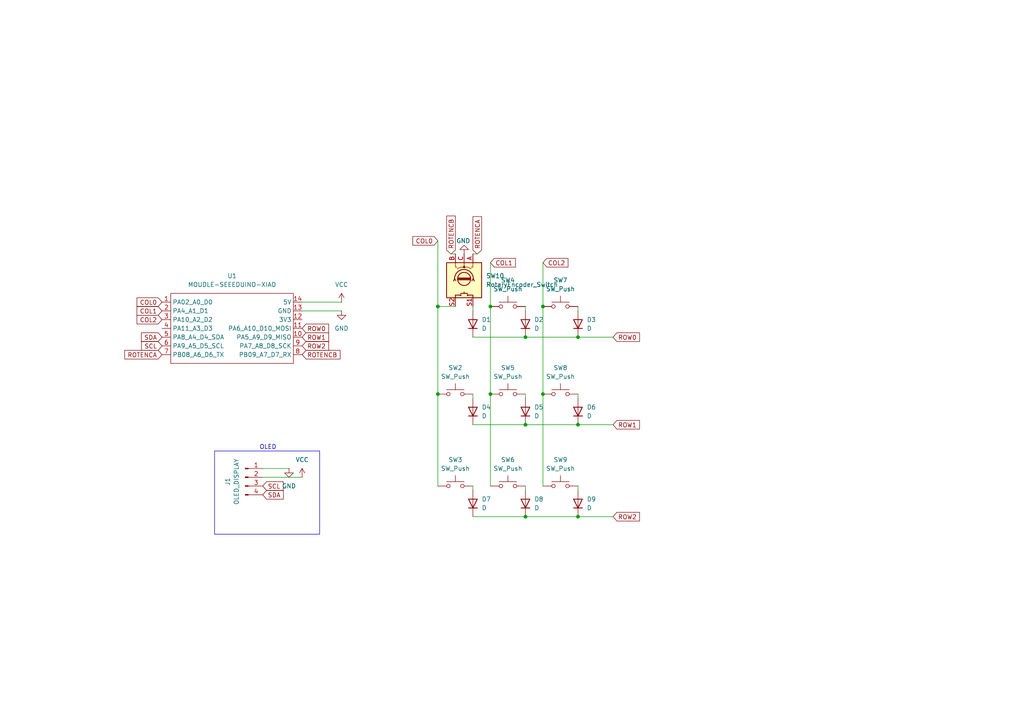
<source format=kicad_sch>
(kicad_sch (version 20231120) (generator "eeschema") (generator_version "8.0")
  (paper "A4")
  (lib_symbols
    (symbol "Connector:Conn_01x04_Pin" (pin_names (offset 1.016) hide)
      (property "Reference" "J" (at 0 5.08 0))
      (property "Value" "Conn_01x04_Pin" (at 0 -7.62 0))
      (symbol "Conn_01x04_Pin_1_1"
        (polyline (pts (xy 1.27 -5.08) (xy 0.8636 -5.08)) (stroke (width 0.1524)))
        (polyline (pts (xy 1.27 -2.54) (xy 0.8636 -2.54)) (stroke (width 0.1524)))
        (polyline (pts (xy 1.27 0) (xy 0.8636 0)) (stroke (width 0.1524)))
        (polyline (pts (xy 1.27 2.54) (xy 0.8636 2.54)) (stroke (width 0.1524)))
        (rectangle (start 0.8636 -4.953) (end 0 -5.207) (stroke (width 0.1524)) (fill (type outline)))
        (rectangle (start 0.8636 -2.413) (end 0 -2.667) (stroke (width 0.1524)) (fill (type outline)))
        (rectangle (start 0.8636 0.127) (end 0 -0.127) (stroke (width 0.1524)) (fill (type outline)))
        (rectangle (start 0.8636 2.667) (end 0 2.413) (stroke (width 0.1524)) (fill (type outline)))
        (pin passive line (at 5.08 2.54 180) (length 3.81) (name "Pin_1") (number "1"))
        (pin passive line (at 5.08 0 180) (length 3.81) (name "Pin_2") (number "2"))
        (pin passive line (at 5.08 -2.54 180) (length 3.81) (name "Pin_3") (number "3"))
        (pin passive line (at 5.08 -5.08 180) (length 3.81) (name "Pin_4") (number "4"))
      )
    )
    (symbol "Device:D" (pin_numbers hide) (pin_names (offset 1.016) hide)
      (property "Reference" "D" (at 0 2.54 0))
      (property "Value" "D" (at 0 -2.54 0))
      (symbol "D_0_1"
        (polyline (pts (xy -1.27 1.27) (xy -1.27 -1.27)) (stroke (width 0.254)))
        (polyline (pts (xy 1.27 0) (xy -1.27 0)))
        (polyline (pts (xy 1.27 1.27) (xy 1.27 -1.27) (xy -1.27 0) (xy 1.27 1.27)) (stroke (width 0.254)))
      )
      (symbol "D_1_1"
        (pin passive line (at -3.81 0 0) (length 2.54) (name "K") (number "1"))
        (pin passive line (at 3.81 0 180) (length 2.54) (name "A") (number "2"))
      )
    )
    (symbol "Device:RotaryEncoder_Switch" (pin_names (offset 0.254) hide)
      (property "Reference" "SW" (at 0 6.604 0))
      (property "Value" "RotaryEncoder_Switch" (at 0 -6.604 0))
      (symbol "RotaryEncoder_Switch_0_1"
        (rectangle (start -5.08 5.08) (end 5.08 -5.08) (stroke (width 0.254)) (fill (type background)))
        (circle (center -3.81 0) (radius 0.254) (fill (type outline)))
        (circle (center -0.381 0) (radius 1.905) (stroke (width 0.254)))
        (arc (start -0.381 2.667) (mid -3.0988 -0.0635) (end -0.381 -2.794) (stroke (width 0.254)))
        (polyline (pts (xy -0.635 -1.778) (xy -0.635 1.778)) (stroke (width 0.254)))
        (polyline (pts (xy -0.381 -1.778) (xy -0.381 1.778)) (stroke (width 0.254)))
        (polyline (pts (xy -0.127 1.778) (xy -0.127 -1.778)) (stroke (width 0.254)))
        (polyline (pts (xy 3.81 0) (xy 3.429 0)) (stroke (width 0.254)))
        (polyline (pts (xy 3.81 1.016) (xy 3.81 -1.016)) (stroke (width 0.254)))
        (polyline (pts (xy -5.08 -2.54) (xy -3.81 -2.54) (xy -3.81 -2.032)))
        (polyline (pts (xy -5.08 2.54) (xy -3.81 2.54) (xy -3.81 2.032)))
        (polyline (pts (xy 0.254 -3.048) (xy -0.508 -2.794) (xy 0.127 -2.413)) (stroke (width 0.254)))
        (polyline (pts (xy 0.254 2.921) (xy -0.508 2.667) (xy 0.127 2.286)) (stroke (width 0.254)))
        (polyline (pts (xy 5.08 -2.54) (xy 4.318 -2.54) (xy 4.318 -1.016)) (stroke (width 0.254)))
        (polyline (pts (xy 5.08 2.54) (xy 4.318 2.54) (xy 4.318 1.016)) (stroke (width 0.254)))
        (polyline (pts (xy -5.08 0) (xy -3.81 0) (xy -3.81 -1.016) (xy -3.302 -2.032)))
        (polyline (pts (xy -4.318 0) (xy -3.81 0) (xy -3.81 1.016) (xy -3.302 2.032)))
        (circle (center 4.318 -1.016) (radius 0.127) (stroke (width 0.254)))
        (circle (center 4.318 1.016) (radius 0.127) (stroke (width 0.254)))
      )
      (symbol "RotaryEncoder_Switch_1_1"
        (pin passive line (at -7.62 2.54 0) (length 2.54) (name "A") (number "A"))
        (pin passive line (at -7.62 -2.54 0) (length 2.54) (name "B") (number "B"))
        (pin passive line (at -7.62 0 0) (length 2.54) (name "C") (number "C"))
        (pin passive line (at 7.62 2.54 180) (length 2.54) (name "S1") (number "S1"))
        (pin passive line (at 7.62 -2.54 180) (length 2.54) (name "S2") (number "S2"))
      )
    )
    (symbol "Switch:SW_Push" (pin_numbers hide) (pin_names (offset 1.016) hide)
      (property "Reference" "SW" (at 1.27 2.54 0))
      (property "Value" "SW_Push" (at 0 -1.524 0))
      (symbol "SW_Push_0_1"
        (circle (center -2.032 0) (radius 0.508))
        (polyline (pts (xy 0 1.27) (xy 0 3.048)))
        (polyline (pts (xy 2.54 1.27) (xy -2.54 1.27)))
        (circle (center 2.032 0) (radius 0.508))
        (pin passive line (at -5.08 0 0) (length 2.54) (name "1") (number "1"))
        (pin passive line (at 5.08 0 180) (length 2.54) (name "2") (number "2"))
      )
    )
    (symbol "XIAO_RP2040:MOUDLE-SEEEDUINO-XIAO"
      (property "Reference" "U" (at -16.51 11.43 0))
      (property "Value" "MOUDLE-SEEEDUINO-XIAO" (at -3.81 -11.43 0))
      (symbol "MOUDLE-SEEEDUINO-XIAO_0_1"
        (rectangle (start -16.51 10.16) (end 19.05 -10.16))
      )
      (symbol "MOUDLE-SEEEDUINO-XIAO_1_1"
        (pin passive line (at -19.05 7.62 0) (length 2.54) (name "PA02_A0_D0") (number "1"))
        (pin passive line (at 21.59 -2.54 180) (length 2.54) (name "PA5_A9_D9_MISO") (number "10"))
        (pin passive line (at 21.59 0 180) (length 2.54) (name "PA6_A10_D10_MOSI") (number "11"))
        (pin passive line (at 21.59 2.54 180) (length 2.54) (name "3V3") (number "12"))
        (pin passive line (at 21.59 5.08 180) (length 2.54) (name "GND") (number "13"))
        (pin passive line (at 21.59 7.62 180) (length 2.54) (name "5V") (number "14"))
        (pin passive line (at -19.05 5.08 0) (length 2.54) (name "PA4_A1_D1") (number "2"))
        (pin passive line (at -19.05 2.54 0) (length 2.54) (name "PA10_A2_D2") (number "3"))
        (pin passive line (at -19.05 0 0) (length 2.54) (name "PA11_A3_D3") (number "4"))
        (pin passive line (at -19.05 -2.54 0) (length 2.54) (name "PA8_A4_D4_SDA") (number "5"))
        (pin passive line (at -19.05 -5.08 0) (length 2.54) (name "PA9_A5_D5_SCL") (number "6"))
        (pin passive line (at -19.05 -7.62 0) (length 2.54) (name "PB08_A6_D6_TX") (number "7"))
        (pin passive line (at 21.59 -7.62 180) (length 2.54) (name "PB09_A7_D7_RX") (number "8"))
        (pin passive line (at 21.59 -5.08 180) (length 2.54) (name "PA7_A8_D8_SCK") (number "9"))
      )
    )
    (symbol "power:GND" (power) (pin_numbers hide) (pin_names (offset 0) hide)
      (property "Value" "GND" (at 0 -3.81 0))
      (symbol "GND_0_1"
        (polyline (pts (xy 0 0) (xy 0 -1.27) (xy 1.27 -1.27) (xy 0 -2.54) (xy -1.27 -1.27) (xy 0 -1.27)))
      )
      (symbol "GND_1_1"
        (pin power_in line (at 0 0 270) (length 0) (name "~") (number "1"))
      )
    )
    (symbol "power:VCC" (power) (pin_numbers hide) (pin_names (offset 0) hide)
      (property "Value" "VCC" (at 0 3.556 0))
      (symbol "VCC_0_1"
        (polyline (pts (xy -0.762 1.27) (xy 0 2.54)))
        (polyline (pts (xy 0 0) (xy 0 2.54)))
        (polyline (pts (xy 0 2.54) (xy 0.762 1.27)))
      )
      (symbol "VCC_1_1"
        (pin power_in line (at 0 0 90) (length 0) (name "~") (number "1"))
      )
    )
  )
  (junction (at 157.48 88.9))
  (junction (at 167.64 149.86))
  (junction (at 127 88.9))
  (junction (at 152.4 123.19))
  (junction (at 167.64 97.79))
  (junction (at 152.4 97.79))
  (junction (at 142.24 88.9))
  (junction (at 157.48 114.3))
  (junction (at 167.64 123.19))
  (junction (at 152.4 149.86))
  (junction (at 142.24 114.3))
  (junction (at 127 114.3))
  (wire (pts (xy 87.63 87.63) (xy 99.06 87.63)))
  (wire (pts (xy 167.64 97.79) (xy 177.8 97.79)))
  (wire (pts (xy 76.2 135.89) (xy 83.82 135.89)))
  (wire (pts (xy 157.48 76.2) (xy 157.48 88.9)))
  (wire (pts (xy 87.63 90.17) (xy 99.06 90.17)))
  (wire (pts (xy 157.48 114.3) (xy 157.48 140.97)))
  (wire (pts (xy 167.64 142.24) (xy 167.64 140.97)))
  (wire (pts (xy 138.43 73.66) (xy 137.16 73.66)))
  (wire (pts (xy 152.4 97.79) (xy 167.64 97.79)))
  (wire (pts (xy 157.48 88.9) (xy 157.48 114.3)))
  (wire (pts (xy 152.4 149.86) (xy 167.64 149.86)))
  (wire (pts (xy 137.16 88.9) (xy 137.16 90.17)))
  (wire (pts (xy 127 88.9) (xy 132.08 88.9)))
  (wire (pts (xy 137.16 97.79) (xy 152.4 97.79)))
  (wire (pts (xy 167.64 149.86) (xy 177.8 149.86)))
  (wire (pts (xy 130.81 73.66) (xy 132.08 73.66)))
  (wire (pts (xy 152.4 123.19) (xy 167.64 123.19)))
  (wire (pts (xy 152.4 142.24) (xy 152.4 140.97)))
  (wire (pts (xy 137.16 115.57) (xy 137.16 114.3)))
  (wire (pts (xy 127 88.9) (xy 127 114.3)))
  (wire (pts (xy 76.2 138.43) (xy 87.63 138.43)))
  (wire (pts (xy 142.24 88.9) (xy 142.24 114.3)))
  (wire (pts (xy 137.16 142.24) (xy 137.16 140.97)))
  (wire (pts (xy 152.4 115.57) (xy 152.4 114.3)))
  (wire (pts (xy 127 69.85) (xy 127 88.9)))
  (wire (pts (xy 142.24 76.2) (xy 142.24 88.9)))
  (wire (pts (xy 142.24 114.3) (xy 142.24 140.97)))
  (wire (pts (xy 167.64 115.57) (xy 167.64 114.3)))
  (wire (pts (xy 167.64 90.17) (xy 167.64 88.9)))
  (wire (pts (xy 127 114.3) (xy 127 140.97)))
  (wire (pts (xy 137.16 123.19) (xy 152.4 123.19)))
  (wire (pts (xy 152.4 90.17) (xy 152.4 88.9)))
  (wire (pts (xy 137.16 149.86) (xy 152.4 149.86)))
  (wire (pts (xy 167.64 123.19) (xy 177.8 123.19)))
  (rectangle (start 62.23 130.81) (end 92.71 154.94))
  (text "OLED" (at 77.724 129.794 0) (effects (font (size 1.27 1.27))))
  (global_label "ROTENCB" (shape input) (at 130.81 73.66 90) (property "Intersheetrefs" "${INTERSHEET_REFS}" (effects (hide yes))))
  (global_label "SDA" (shape input) (at 46.99 97.79 180) (property "Intersheetrefs" "${INTERSHEET_REFS}" (effects (hide yes))))
  (global_label "ROW0" (shape input) (at 177.8 97.79 0) (property "Intersheetrefs" "${INTERSHEET_REFS}" (effects (hide yes))))
  (global_label "SCL" (shape input) (at 46.99 100.33 180) (property "Intersheetrefs" "${INTERSHEET_REFS}" (effects (hide yes))))
  (global_label "COL0" (shape input) (at 127 69.85 180) (property "Intersheetrefs" "${INTERSHEET_REFS}" (effects (hide yes))))
  (global_label "SDA" (shape input) (at 76.2 143.51 0) (property "Intersheetrefs" "${INTERSHEET_REFS}" (effects (hide yes))))
  (global_label "ROW2" (shape input) (at 87.63 100.33 0) (property "Intersheetrefs" "${INTERSHEET_REFS}" (effects (hide yes))))
  (global_label "SCL" (shape input) (at 76.2 140.97 0) (property "Intersheetrefs" "${INTERSHEET_REFS}" (effects (hide yes))))
  (global_label "ROTENCA" (shape input) (at 138.43 73.66 90) (property "Intersheetrefs" "${INTERSHEET_REFS}" (effects (hide yes))))
  (global_label "COL1" (shape input) (at 46.99 90.17 180) (property "Intersheetrefs" "${INTERSHEET_REFS}" (effects (hide yes))))
  (global_label "COL2" (shape input) (at 46.99 92.71 180) (property "Intersheetrefs" "${INTERSHEET_REFS}" (effects (hide yes))))
  (global_label "ROW0" (shape input) (at 87.63 95.25 0) (property "Intersheetrefs" "${INTERSHEET_REFS}" (effects (hide yes))))
  (global_label "COL2" (shape input) (at 157.48 76.2 0) (property "Intersheetrefs" "${INTERSHEET_REFS}" (effects (hide yes))))
  (global_label "ROW1" (shape input) (at 177.8 123.19 0) (property "Intersheetrefs" "${INTERSHEET_REFS}" (effects (hide yes))))
  (global_label "COL1" (shape input) (at 142.24 76.2 0) (property "Intersheetrefs" "${INTERSHEET_REFS}" (effects (hide yes))))
  (global_label "ROTENCA" (shape input) (at 46.99 102.87 180) (property "Intersheetrefs" "${INTERSHEET_REFS}" (effects (hide yes))))
  (global_label "ROW1" (shape input) (at 87.63 97.79 0) (property "Intersheetrefs" "${INTERSHEET_REFS}" (effects (hide yes))))
  (global_label "ROTENCB" (shape input) (at 87.63 102.87 0) (property "Intersheetrefs" "${INTERSHEET_REFS}" (effects (hide yes))))
  (global_label "COL0" (shape input) (at 46.99 87.63 180) (property "Intersheetrefs" "${INTERSHEET_REFS}" (effects (hide yes))))
  (global_label "ROW2" (shape input) (at 177.8 149.86 0) (property "Intersheetrefs" "${INTERSHEET_REFS}" (effects (hide yes))))
  (symbol (lib_id "Device:D") (at 137.16 119.38 90) (unit 1)
    (property "Reference" "D4" (at 139.7 118.1099 90) (effects (justify right)))
    (property "Value" "D" (at 139.7 120.6499 90) (effects (justify right)))
    (property "Footprint" "Diode_THT:D_DO-35_SOD27_P7.62mm_Horizontal" (effects (hide yes)))
    (property "Description" "Diode" (effects (hide yes)))
    (property "Sim.Device" "D" (effects (hide yes)))
    (property "Sim.Pins" "1=K 2=A" (effects (hide yes)))
  )
  (symbol (lib_id "Device:RotaryEncoder_Switch") (at 134.62 81.28 270) (unit 1)
    (property "Reference" "SW10" (at 140.97 80.0099 90) (effects (justify left)))
    (property "Value" "RotaryEncoder_Switch" (at 140.97 82.5499 90) (effects (justify left)))
    (property "Footprint" "Rotary_Encoder:RotaryEncoder_Alps_EC11E-Switch_Vertical_H20mm" (effects (hide yes)))
    (property "Description" "Rotary encoder, dual channel, incremental quadrate outputs, with switch" (effects (hide yes)))
  )
  (symbol (lib_id "Device:D") (at 152.4 119.38 90) (unit 1)
    (property "Reference" "D5" (at 154.94 118.1099 90) (effects (justify right)))
    (property "Value" "D" (at 154.94 120.6499 90) (effects (justify right)))
    (property "Footprint" "Diode_THT:D_DO-35_SOD27_P7.62mm_Horizontal" (effects (hide yes)))
    (property "Description" "Diode" (effects (hide yes)))
    (property "Sim.Device" "D" (effects (hide yes)))
    (property "Sim.Pins" "1=K 2=A" (effects (hide yes)))
  )
  (symbol (lib_id "Device:D") (at 152.4 93.98 90) (unit 1)
    (property "Reference" "D2" (at 154.94 92.7099 90) (effects (justify right)))
    (property "Value" "D" (at 154.94 95.2499 90) (effects (justify right)))
    (property "Footprint" "Diode_THT:D_DO-35_SOD27_P7.62mm_Horizontal" (effects (hide yes)))
    (property "Description" "Diode" (effects (hide yes)))
    (property "Sim.Device" "D" (effects (hide yes)))
    (property "Sim.Pins" "1=K 2=A" (effects (hide yes)))
  )
  (symbol (lib_id "Switch:SW_Push") (at 147.32 114.3 0) (unit 1)
    (property "Reference" "SW5" (at 147.32 106.68 0))
    (property "Value" "SW_Push" (at 147.32 109.22 0))
    (property "Footprint" "Button_Switch_Keyboard:SW_Cherry_MX_1.00u_PCB" (effects (hide yes)))
    (property "Description" "Push button switch, generic, two pins" (effects (hide yes)))
  )
  (symbol (lib_id "Device:D") (at 167.64 93.98 90) (unit 1)
    (property "Reference" "D3" (at 170.18 92.7099 90) (effects (justify right)))
    (property "Value" "D" (at 170.18 95.2499 90) (effects (justify right)))
    (property "Footprint" "Diode_THT:D_DO-35_SOD27_P7.62mm_Horizontal" (effects (hide yes)))
    (property "Description" "Diode" (effects (hide yes)))
    (property "Sim.Device" "D" (effects (hide yes)))
    (property "Sim.Pins" "1=K 2=A" (effects (hide yes)))
  )
  (symbol (lib_id "power:VCC") (at 99.06 87.63 0) (unit 1)
    (property "Reference" "#PWR05" (effects (hide yes)))
    (property "Value" "VCC" (at 99.06 82.55 0))
    (property "Description" "Power symbol creates a global label with name \"VCC\"" (effects (hide yes)))
  )
  (symbol (lib_id "power:GND") (at 134.62 73.66 0) (mirror x) (unit 1)
    (property "Reference" "#PWR02" (effects (hide yes)))
    (property "Value" "GND" (at 134.366 69.85 0))
    (property "Description" "Power symbol creates a global label with name \"GND\" , ground" (effects (hide yes)))
  )
  (symbol (lib_id "Switch:SW_Push") (at 162.56 140.97 0) (unit 1)
    (property "Reference" "SW9" (at 162.56 133.35 0))
    (property "Value" "SW_Push" (at 162.56 135.89 0))
    (property "Footprint" "Button_Switch_Keyboard:SW_Cherry_MX_1.00u_PCB" (effects (hide yes)))
    (property "Description" "Push button switch, generic, two pins" (effects (hide yes)))
  )
  (symbol (lib_id "power:GND") (at 83.82 135.89 0) (unit 1)
    (property "Reference" "#PWR04" (effects (hide yes)))
    (property "Value" "GND" (at 83.82 140.97 0))
    (property "Description" "Power symbol creates a global label with name \"GND\" , ground" (effects (hide yes)))
  )
  (symbol (lib_id "XIAO_RP2040:MOUDLE-SEEEDUINO-XIAO") (at 66.04 95.25 0) (unit 1)
    (property "Reference" "U1" (at 67.31 80.01 0))
    (property "Value" "MOUDLE-SEEEDUINO-XIAO" (at 67.31 82.55 0))
    (property "Footprint" "footprints:XIAO-Generic-Hybrid-14P-2.54-21X17.8MM" (effects (hide yes)))
  )
  (symbol (lib_id "Switch:SW_Push") (at 132.08 140.97 0) (unit 1)
    (property "Reference" "SW3" (at 132.08 133.35 0))
    (property "Value" "SW_Push" (at 132.08 135.89 0))
    (property "Footprint" "Button_Switch_Keyboard:SW_Cherry_MX_1.00u_PCB" (effects (hide yes)))
    (property "Description" "Push button switch, generic, two pins" (effects (hide yes)))
  )
  (symbol (lib_id "Switch:SW_Push") (at 147.32 140.97 0) (unit 1)
    (property "Reference" "SW6" (at 147.32 133.35 0))
    (property "Value" "SW_Push" (at 147.32 135.89 0))
    (property "Footprint" "Button_Switch_Keyboard:SW_Cherry_MX_1.00u_PCB" (effects (hide yes)))
    (property "Description" "Push button switch, generic, two pins" (effects (hide yes)))
  )
  (symbol (lib_id "Device:D") (at 137.16 93.98 90) (unit 1)
    (property "Reference" "D1" (at 139.7 92.7099 90) (effects (justify right)))
    (property "Value" "D" (at 139.7 95.2499 90) (effects (justify right)))
    (property "Footprint" "Diode_THT:D_DO-35_SOD27_P7.62mm_Horizontal" (effects (hide yes)))
    (property "Description" "Diode" (effects (hide yes)))
    (property "Sim.Device" "D" (effects (hide yes)))
    (property "Sim.Pins" "1=K 2=A" (effects (hide yes)))
  )
  (symbol (lib_id "power:VCC") (at 87.63 138.43 0) (unit 1)
    (property "Reference" "#PWR03" (effects (hide yes)))
    (property "Value" "VCC" (at 87.63 133.35 0))
    (property "Description" "Power symbol creates a global label with name \"VCC\"" (effects (hide yes)))
  )
  (symbol (lib_id "Switch:SW_Push") (at 132.08 114.3 0) (unit 1)
    (property "Reference" "SW2" (at 132.08 106.68 0))
    (property "Value" "SW_Push" (at 132.08 109.22 0))
    (property "Footprint" "Button_Switch_Keyboard:SW_Cherry_MX_1.00u_PCB" (effects (hide yes)))
    (property "Description" "Push button switch, generic, two pins" (effects (hide yes)))
  )
  (symbol (lib_id "Switch:SW_Push") (at 147.32 88.9 0) (unit 1)
    (property "Reference" "SW4" (at 147.32 81.28 0))
    (property "Value" "SW_Push" (at 147.32 83.82 0))
    (property "Footprint" "Button_Switch_Keyboard:SW_Cherry_MX_1.00u_PCB" (effects (hide yes)))
    (property "Description" "Push button switch, generic, two pins" (effects (hide yes)))
  )
  (symbol (lib_id "Device:D") (at 167.64 146.05 90) (unit 1)
    (property "Reference" "D9" (at 170.18 144.7799 90) (effects (justify right)))
    (property "Value" "D" (at 170.18 147.3199 90) (effects (justify right)))
    (property "Footprint" "Diode_THT:D_DO-35_SOD27_P7.62mm_Horizontal" (effects (hide yes)))
    (property "Description" "Diode" (effects (hide yes)))
    (property "Sim.Device" "D" (effects (hide yes)))
    (property "Sim.Pins" "1=K 2=A" (effects (hide yes)))
  )
  (symbol (lib_id "Device:D") (at 167.64 119.38 90) (unit 1)
    (property "Reference" "D6" (at 170.18 118.1099 90) (effects (justify right)))
    (property "Value" "D" (at 170.18 120.6499 90) (effects (justify right)))
    (property "Footprint" "Diode_THT:D_DO-35_SOD27_P7.62mm_Horizontal" (effects (hide yes)))
    (property "Description" "Diode" (effects (hide yes)))
    (property "Sim.Device" "D" (effects (hide yes)))
    (property "Sim.Pins" "1=K 2=A" (effects (hide yes)))
  )
  (symbol (lib_id "power:GND") (at 99.06 90.17 0) (unit 1)
    (property "Reference" "#PWR01" (effects (hide yes)))
    (property "Value" "GND" (at 99.06 95.25 0))
    (property "Description" "Power symbol creates a global label with name \"GND\" , ground" (effects (hide yes)))
  )
  (symbol (lib_id "Switch:SW_Push") (at 162.56 88.9 0) (unit 1)
    (property "Reference" "SW7" (at 162.56 81.28 0))
    (property "Value" "SW_Push" (at 162.56 83.82 0))
    (property "Footprint" "Button_Switch_Keyboard:SW_Cherry_MX_1.00u_PCB" (effects (hide yes)))
    (property "Description" "Push button switch, generic, two pins" (effects (hide yes)))
  )
  (symbol (lib_id "Connector:Conn_01x04_Pin") (at 71.12 138.43 0) (unit 1)
    (property "Reference" "J1" (at 66.04 139.7 90))
    (property "Value" "OLED_DISPLAY" (at 68.58 139.7 90))
    (property "Footprint" "KiCad-SSD1306-0.91-OLED-4pin-128x32:SSD1306-0.91-OLED-4pin-128x32" (effects (hide yes)))
    (property "Description" "Generic connector, single row, 01x04, script generated" (effects (hide yes)))
  )
  (symbol (lib_id "Device:D") (at 137.16 146.05 90) (unit 1)
    (property "Reference" "D7" (at 139.7 144.7799 90) (effects (justify right)))
    (property "Value" "D" (at 139.7 147.3199 90) (effects (justify right)))
    (property "Footprint" "Diode_THT:D_DO-35_SOD27_P7.62mm_Horizontal" (effects (hide yes)))
    (property "Description" "Diode" (effects (hide yes)))
    (property "Sim.Device" "D" (effects (hide yes)))
    (property "Sim.Pins" "1=K 2=A" (effects (hide yes)))
  )
  (symbol (lib_id "Switch:SW_Push") (at 162.56 114.3 0) (unit 1)
    (property "Reference" "SW8" (at 162.56 106.68 0))
    (property "Value" "SW_Push" (at 162.56 109.22 0))
    (property "Footprint" "Button_Switch_Keyboard:SW_Cherry_MX_1.00u_PCB" (effects (hide yes)))
    (property "Description" "Push button switch, generic, two pins" (effects (hide yes)))
  )
  (symbol (lib_id "Device:D") (at 152.4 146.05 90) (unit 1)
    (property "Reference" "D8" (at 154.94 144.7799 90) (effects (justify right)))
    (property "Value" "D" (at 154.94 147.3199 90) (effects (justify right)))
    (property "Footprint" "Diode_THT:D_DO-35_SOD27_P7.62mm_Horizontal" (effects (hide yes)))
    (property "Description" "Diode" (effects (hide yes)))
    (property "Sim.Device" "D" (effects (hide yes)))
    (property "Sim.Pins" "1=K 2=A" (effects (hide yes)))
  )
)
</source>
